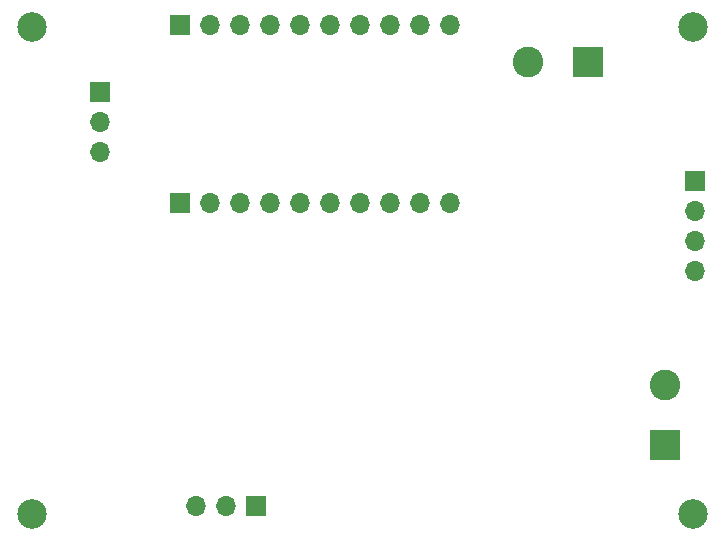
<source format=gbr>
%TF.GenerationSoftware,KiCad,Pcbnew,8.0.1*%
%TF.CreationDate,2024-11-24T12:48:57+07:00*%
%TF.ProjectId,TPMS,54504d53-2e6b-4696-9361-645f70636258,rev?*%
%TF.SameCoordinates,Original*%
%TF.FileFunction,Soldermask,Bot*%
%TF.FilePolarity,Negative*%
%FSLAX46Y46*%
G04 Gerber Fmt 4.6, Leading zero omitted, Abs format (unit mm)*
G04 Created by KiCad (PCBNEW 8.0.1) date 2024-11-24 12:48:57*
%MOMM*%
%LPD*%
G01*
G04 APERTURE LIST*
%ADD10R,1.700000X1.700000*%
%ADD11O,1.700000X1.700000*%
%ADD12C,2.500000*%
%ADD13R,2.600000X2.600000*%
%ADD14C,2.600000*%
G04 APERTURE END LIST*
D10*
%TO.C,J7*%
X140990000Y-78925000D03*
D11*
X143530000Y-78925000D03*
X146070000Y-78925000D03*
X148610000Y-78925000D03*
X151150000Y-78925000D03*
X153690000Y-78925000D03*
X156230000Y-78925000D03*
X158770000Y-78925000D03*
X161310000Y-78925000D03*
X163850000Y-78925000D03*
%TD*%
%TO.C,J6*%
X163840000Y-94000000D03*
X161300000Y-94000000D03*
X158760000Y-94000000D03*
X156220000Y-94000000D03*
X153680000Y-94000000D03*
X151140000Y-94000000D03*
X148600000Y-94000000D03*
X146060000Y-94000000D03*
X143520000Y-94000000D03*
D10*
X140980000Y-94000000D03*
%TD*%
D12*
%TO.C,H2*%
X128480000Y-120320000D03*
%TD*%
D10*
%TO.C,J3*%
X147420000Y-119620000D03*
D11*
X144880000Y-119620000D03*
X142340000Y-119620000D03*
%TD*%
D13*
%TO.C,J4*%
X182085000Y-114465000D03*
D14*
X182085000Y-109385000D03*
%TD*%
D12*
%TO.C,H4*%
X184480000Y-120320000D03*
%TD*%
D13*
%TO.C,J2*%
X175580000Y-82000000D03*
D14*
X170500000Y-82000000D03*
%TD*%
D12*
%TO.C,H1*%
X128480000Y-79100000D03*
%TD*%
D10*
%TO.C,J5*%
X184580000Y-92100000D03*
D11*
X184580000Y-94640000D03*
X184580000Y-97180000D03*
X184580000Y-99720000D03*
%TD*%
D12*
%TO.C,H3*%
X184480000Y-79100000D03*
%TD*%
D10*
%TO.C,J1*%
X134200000Y-84600000D03*
D11*
X134200000Y-87140000D03*
X134200000Y-89680000D03*
%TD*%
M02*

</source>
